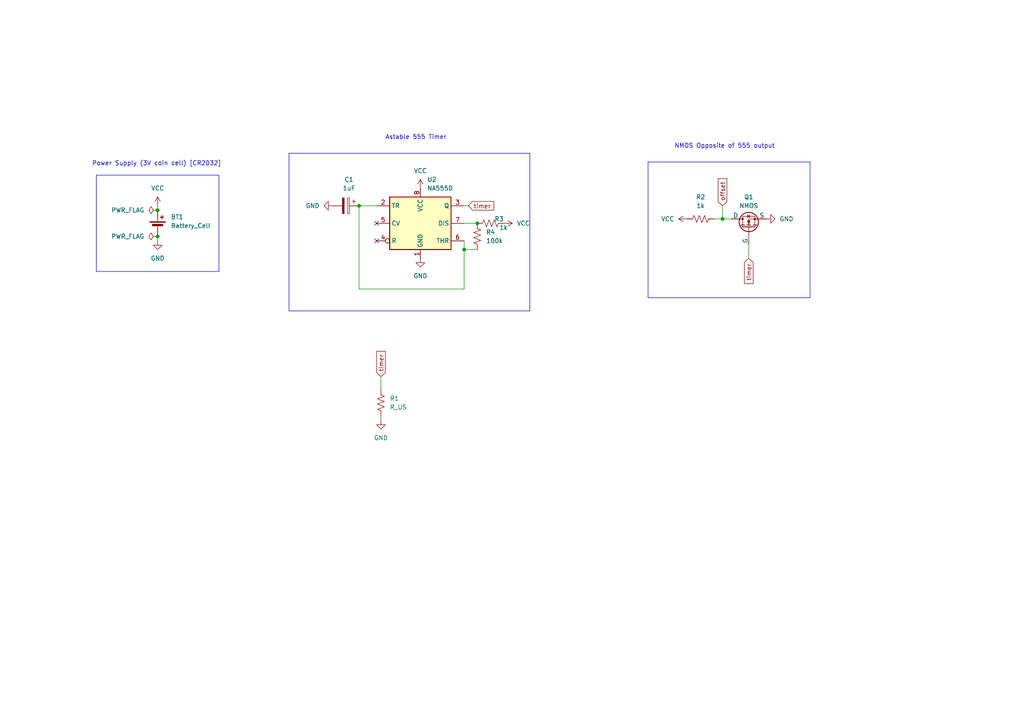
<source format=kicad_sch>
(kicad_sch (version 20230121) (generator eeschema)
  (paper "A4")
  (lib_symbols
    (symbol "Device:Battery_Cell" (pin_numbers hide) (pin_names (offset 0) hide)
      (property "Reference" "BT" (at 2.54 2.54 0))
      (property "Value" "Battery_Cell" (at 2.54 0 0))
      (symbol "Battery_Cell_0_1"
        (rectangle (start -2.286 1.778) (end 2.286 1.524) (fill (type outline)))
        (rectangle (start -1.524 1.016) (end 1.524 0.508) (fill (type outline)))
        (polyline (pts (xy 0 0.762) (xy 0 0)))
        (polyline (pts (xy 0 1.778) (xy 0 2.54)))
        (polyline (pts (xy 0.762 3.048) (xy 1.778 3.048)) (stroke (width 0.254)))
        (polyline (pts (xy 1.27 3.556) (xy 1.27 2.54)) (stroke (width 0.254)))
      )
      (symbol "Battery_Cell_1_1"
        (pin passive line (at 0 5.08 270) (length 2.54) (name "+") (number "1"))
        (pin passive line (at 0 -2.54 90) (length 2.54) (name "-") (number "2"))
      )
    )
    (symbol "Device:C_Polarized" (pin_numbers hide) (pin_names (offset 0.254))
      (property "Reference" "C" (at 0.635 2.54 0))
      (property "Value" "C_Polarized" (at 0.635 -2.54 0))
      (symbol "C_Polarized_0_1"
        (rectangle (start -2.286 0.508) (end 2.286 1.016))
        (polyline (pts (xy -1.778 2.286) (xy -0.762 2.286)))
        (polyline (pts (xy -1.27 2.794) (xy -1.27 1.778)))
        (rectangle (start 2.286 -0.508) (end -2.286 -1.016) (fill (type outline)))
      )
      (symbol "C_Polarized_1_1"
        (pin passive line (at 0 3.81 270) (length 2.794) (name "~") (number "1"))
        (pin passive line (at 0 -3.81 90) (length 2.794) (name "~") (number "2"))
      )
    )
    (symbol "Device:R_US" (pin_numbers hide) (pin_names (offset 0))
      (property "Reference" "R" (at 2.54 0 90))
      (property "Value" "R_US" (at -2.54 0 90))
      (symbol "R_US_0_1"
        (polyline (pts (xy 0 -2.286) (xy 0 -2.54)))
        (polyline (pts (xy 0 2.286) (xy 0 2.54)))
        (polyline (pts (xy 0 -0.762) (xy 1.016 -1.143) (xy 0 -1.524) (xy -1.016 -1.905) (xy 0 -2.286)))
        (polyline (pts (xy 0 0.762) (xy 1.016 0.381) (xy 0 0) (xy -1.016 -0.381) (xy 0 -0.762)))
        (polyline (pts (xy 0 2.286) (xy 1.016 1.905) (xy 0 1.524) (xy -1.016 1.143) (xy 0 0.762)))
      )
      (symbol "R_US_1_1"
        (pin passive line (at 0 3.81 270) (length 1.27) (name "~") (number "1"))
        (pin passive line (at 0 -3.81 90) (length 1.27) (name "~") (number "2"))
      )
    )
    (symbol "Simulation_SPICE:NMOS" (pin_numbers hide) (pin_names (offset 0))
      (property "Reference" "Q" (at 5.08 1.27 0))
      (property "Value" "NMOS" (at 5.08 -1.27 0))
      (symbol "NMOS_0_1"
        (polyline (pts (xy 0.254 0) (xy -2.54 0)))
        (polyline (pts (xy 0.254 1.905) (xy 0.254 -1.905)) (stroke (width 0.254)))
        (polyline (pts (xy 0.762 -1.27) (xy 0.762 -2.286)) (stroke (width 0.254)))
        (polyline (pts (xy 0.762 0.508) (xy 0.762 -0.508)) (stroke (width 0.254)))
        (polyline (pts (xy 0.762 2.286) (xy 0.762 1.27)) (stroke (width 0.254)))
        (polyline (pts (xy 2.54 2.54) (xy 2.54 1.778)))
        (polyline (pts (xy 2.54 -2.54) (xy 2.54 0) (xy 0.762 0)))
        (polyline (pts (xy 0.762 -1.778) (xy 3.302 -1.778) (xy 3.302 1.778) (xy 0.762 1.778)))
        (polyline (pts (xy 1.016 0) (xy 2.032 0.381) (xy 2.032 -0.381) (xy 1.016 0)) (fill (type outline)))
        (polyline (pts (xy 2.794 0.508) (xy 2.921 0.381) (xy 3.683 0.381) (xy 3.81 0.254)))
        (polyline (pts (xy 3.302 0.381) (xy 2.921 -0.254) (xy 3.683 -0.254) (xy 3.302 0.381)))
        (circle (center 1.651 0) (radius 2.794) (stroke (width 0.254)))
        (circle (center 2.54 -1.778) (radius 0.254) (fill (type outline)))
        (circle (center 2.54 1.778) (radius 0.254) (fill (type outline)))
      )
      (symbol "NMOS_1_1"
        (pin passive line (at 2.54 5.08 270) (length 2.54) (name "D") (number "1"))
        (pin input line (at -5.08 0 0) (length 2.54) (name "G") (number "2"))
        (pin passive line (at 2.54 -5.08 90) (length 2.54) (name "S") (number "3"))
      )
    )
    (symbol "Timer:NA555D"
      (property "Reference" "U" (at -10.16 8.89 0))
      (property "Value" "NA555D" (at 2.54 8.89 0))
      (symbol "NA555D_0_0"
        (pin power_in line (at 0 -10.16 90) (length 2.54) (name "GND") (number "1"))
        (pin power_in line (at 0 10.16 270) (length 2.54) (name "VCC") (number "8"))
      )
      (symbol "NA555D_0_1"
        (rectangle (start -8.89 -7.62) (end 8.89 7.62) (stroke (width 0.254)) (fill (type background)))
        (rectangle (start -8.89 -7.62) (end 8.89 7.62) (stroke (width 0.254)) (fill (type background)))
      )
      (symbol "NA555D_1_1"
        (pin input line (at -12.7 5.08 0) (length 3.81) (name "TR") (number "2"))
        (pin output line (at 12.7 5.08 180) (length 3.81) (name "Q") (number "3"))
        (pin input inverted (at -12.7 -5.08 0) (length 3.81) (name "R") (number "4"))
        (pin input line (at -12.7 0 0) (length 3.81) (name "CV") (number "5"))
        (pin input line (at 12.7 -5.08 180) (length 3.81) (name "THR") (number "6"))
        (pin input line (at 12.7 0 180) (length 3.81) (name "DIS") (number "7"))
      )
    )
    (symbol "power:GND" (power) (pin_names (offset 0))
      (property "Value" "GND" (at 0 -3.81 0))
      (symbol "GND_0_1"
        (polyline (pts (xy 0 0) (xy 0 -1.27) (xy 1.27 -1.27) (xy 0 -2.54) (xy -1.27 -1.27) (xy 0 -1.27)))
      )
      (symbol "GND_1_1"
        (pin power_in line (at 0 0 270) (length 0) hide (name "GND") (number "1"))
      )
    )
    (symbol "power:PWR_FLAG" (power) (pin_numbers hide) (pin_names (offset 0) hide)
      (property "Value" "PWR_FLAG" (at 0 3.81 0))
      (symbol "PWR_FLAG_0_0"
        (pin power_out line (at 0 0 90) (length 0) (name "pwr") (number "1"))
      )
      (symbol "PWR_FLAG_0_1"
        (polyline (pts (xy 0 0) (xy 0 1.27) (xy -1.016 1.905) (xy 0 2.54) (xy 1.016 1.905) (xy 0 1.27)))
      )
    )
    (symbol "power:VCC" (power) (pin_names (offset 0))
      (property "Value" "VCC" (at 0 3.81 0))
      (symbol "VCC_0_1"
        (polyline (pts (xy -0.762 1.27) (xy 0 2.54)))
        (polyline (pts (xy 0 0) (xy 0 2.54)))
        (polyline (pts (xy 0 2.54) (xy 0.762 1.27)))
      )
      (symbol "VCC_1_1"
        (pin power_in line (at 0 0 90) (length 0) hide (name "VCC") (number "1"))
      )
    )
  )
  (junction (at 45.72 60.96))
  (junction (at 134.62 72.39))
  (junction (at 104.14 59.69))
  (junction (at 209.55 63.5))
  (junction (at 138.43 64.77))
  (junction (at 45.72 68.58))
  (no_connect (at 109.22 64.77))
  (no_connect (at 109.22 69.85))
  (wire (pts (xy 110.49 109.22) (xy 110.49 113.03)))
  (wire (pts (xy 134.62 72.39) (xy 134.62 83.82)))
  (wire (pts (xy 134.62 72.39) (xy 138.43 72.39)))
  (wire (pts (xy 45.72 69.85) (xy 45.72 68.58)))
  (wire (pts (xy 104.14 59.69) (xy 109.22 59.69)))
  (wire (pts (xy 209.55 59.69) (xy 209.55 63.5)))
  (wire (pts (xy 135.89 59.69) (xy 134.62 59.69)))
  (wire (pts (xy 217.17 71.12) (xy 217.17 74.93)))
  (wire (pts (xy 209.55 63.5) (xy 212.09 63.5)))
  (wire (pts (xy 104.14 83.82) (xy 104.14 59.69)))
  (wire (pts (xy 110.49 120.65) (xy 110.49 121.92)))
  (wire (pts (xy 138.43 64.77) (xy 134.62 64.77)))
  (wire (pts (xy 45.72 59.69) (xy 45.72 60.96)))
  (wire (pts (xy 207.01 63.5) (xy 209.55 63.5)))
  (wire (pts (xy 134.62 83.82) (xy 104.14 83.82)))
  (wire (pts (xy 134.62 69.85) (xy 134.62 72.39)))
  (rectangle (start 83.82 44.45) (end 153.67 90.17))
  (rectangle (start 27.94 50.8) (end 63.5 78.74))
  (rectangle (start 187.96 46.99) (end 234.95 86.36))
  (text "Astable 555 Timer" (at 111.76 40.64 0) (effects (font (size 1.27 1.27)) (justify left bottom)))
  (text "Power Supply (3V coin cell) [CR2032]" (at 26.67 48.26 0) (effects (font (size 1.27 1.27)) (justify left bottom)))
  (text "NMOS Opposite of 555 output" (at 195.58 43.18 0) (effects (font (size 1.27 1.27)) (justify left bottom)))
  (global_label "timer" (shape input) (at 135.89 59.69 0) (property "Intersheetrefs" "${INTERSHEET_REFS}" (effects hide)))
  (global_label "offset" (shape input) (at 209.55 59.69 90) (property "Intersheetrefs" "${INTERSHEET_REFS}" (effects hide)))
  (global_label "timer" (shape input) (at 217.17 74.93 270) (property "Intersheetrefs" "${INTERSHEET_REFS}" (effects hide)))
  (global_label "timer" (shape input) (at 110.49 109.22 90) (property "Intersheetrefs" "${INTERSHEET_REFS}" (effects hide)))
  (symbol (lib_id "power:VCC") (at 146.05 64.77 270) (unit 1)
    (property "Reference" "#PWR08" (effects hide))
    (property "Value" "VCC" (at 149.86 64.77 90) (effects (justify left)))
  )
  (symbol (lib_id "Device:C_Polarized") (at 100.33 59.69 270) (unit 1)
    (property "Reference" "C1" (at 101.219 52.07 90))
    (property "Value" "1uF" (at 101.219 54.61 90))
  )
  (symbol (lib_id "power:VCC") (at 45.72 59.69 0) (unit 1)
    (property "Reference" "#PWR03" (effects hide))
    (property "Value" "VCC" (at 45.72 54.61 0))
  )
  (symbol (lib_id "Device:Battery_Cell") (at 45.72 66.04 0) (unit 1)
    (property "Reference" "BT1" (at 49.53 62.9285 0) (effects (justify left)))
    (property "Value" "Battery_Cell" (at 49.53 65.4685 0) (effects (justify left)))
    (property "Footprint" "Battery:BatteryHolder_Keystone_3034_1x20mm" (effects hide))
  )
  (symbol (lib_id "Device:R_US") (at 110.49 116.84 0) (unit 1)
    (property "Reference" "R1" (at 113.03 115.57 0) (effects (justify left)))
    (property "Value" "R_US" (at 113.03 118.11 0) (effects (justify left)))
  )
  (symbol (lib_id "power:GND") (at 121.92 74.93 0) (unit 1)
    (property "Reference" "#PWR04" (effects hide))
    (property "Value" "GND" (at 121.92 80.01 0))
  )
  (symbol (lib_id "Device:R_US") (at 203.2 63.5 90) (unit 1)
    (property "Reference" "R2" (at 203.2 57.15 90))
    (property "Value" "1k" (at 203.2 59.69 90))
  )
  (symbol (lib_id "Device:R_US") (at 142.24 64.77 90) (unit 1)
    (property "Reference" "R3" (at 144.78 63.5 90))
    (property "Value" "1k" (at 146.05 66.04 90))
  )
  (symbol (lib_id "power:GND") (at 110.49 121.92 0) (unit 1)
    (property "Reference" "#PWR06" (effects hide))
    (property "Value" "GND" (at 110.49 127 0))
  )
  (symbol (lib_id "power:VCC") (at 121.92 54.61 0) (unit 1)
    (property "Reference" "#PWR01" (effects hide))
    (property "Value" "VCC" (at 121.92 49.53 0))
  )
  (symbol (lib_id "power:PWR_FLAG") (at 45.72 68.58 90) (unit 1)
    (property "Reference" "#FLG01" (effects hide))
    (property "Value" "PWR_FLAG" (at 41.91 68.58 90) (effects (justify left)))
  )
  (symbol (lib_id "power:VCC") (at 199.39 63.5 90) (unit 1)
    (property "Reference" "#PWR05" (effects hide))
    (property "Value" "VCC" (at 195.58 63.5 90) (effects (justify left)))
  )
  (symbol (lib_id "power:GND") (at 45.72 69.85 0) (unit 1)
    (property "Reference" "#PWR02" (effects hide))
    (property "Value" "GND" (at 45.72 74.93 0))
  )
  (symbol (lib_id "Timer:NA555D") (at 121.92 64.77 0) (unit 1)
    (property "Reference" "U2" (at 123.8759 52.07 0) (effects (justify left)))
    (property "Value" "NA555D" (at 123.8759 54.61 0) (effects (justify left)))
    (property "Footprint" "Package_SO:SOIC-8_3.9x4.9mm_P1.27mm" (effects hide))
    (property "Datasheet" "http://www.ti.com/lit/ds/symlink/ne555.pdf" (effects hide))
  )
  (symbol (lib_id "power:GND") (at 222.25 63.5 90) (unit 1)
    (property "Reference" "#PWR07" (effects hide))
    (property "Value" "GND" (at 226.06 63.5 90) (effects (justify right)))
  )
  (symbol (lib_id "power:GND") (at 96.52 59.69 270) (unit 1)
    (property "Reference" "#PWR09" (effects hide))
    (property "Value" "GND" (at 92.71 59.69 90) (effects (justify right)))
  )
  (symbol (lib_id "Device:R_US") (at 138.43 68.58 0) (unit 1)
    (property "Reference" "R4" (at 140.97 67.31 0) (effects (justify left)))
    (property "Value" "100k" (at 140.97 69.85 0) (effects (justify left)))
  )
  (symbol (lib_id "Simulation_SPICE:NMOS") (at 217.17 66.04 90) (unit 1)
    (property "Reference" "Q1" (at 217.17 57.15 90))
    (property "Value" "NMOS" (at 217.17 59.69 90))
    (property "Datasheet" "https://ngspice.sourceforge.io/docs/ngspice-manual.pdf" (effects hide))
    (property "Sim.Device" "NMOS" (effects hide))
    (property "Sim.Type" "VDMOS" (effects hide))
    (property "Sim.Pins" "1=D 2=G 3=S" (effects hide))
  )
  (symbol (lib_id "power:PWR_FLAG") (at 45.72 60.96 90) (unit 1)
    (property "Reference" "#FLG02" (effects hide))
    (property "Value" "PWR_FLAG" (at 41.91 60.96 90) (effects (justify left)))
  )
)
</source>
